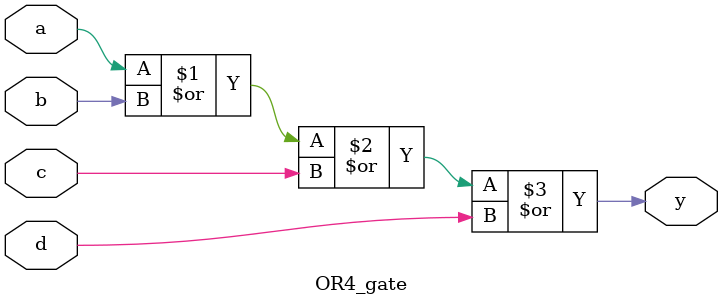
<source format=v>
module OR4_gate (
    input a, b, c, d,
    output y
);
    assign y = a | b | c | d;
endmodule
</source>
